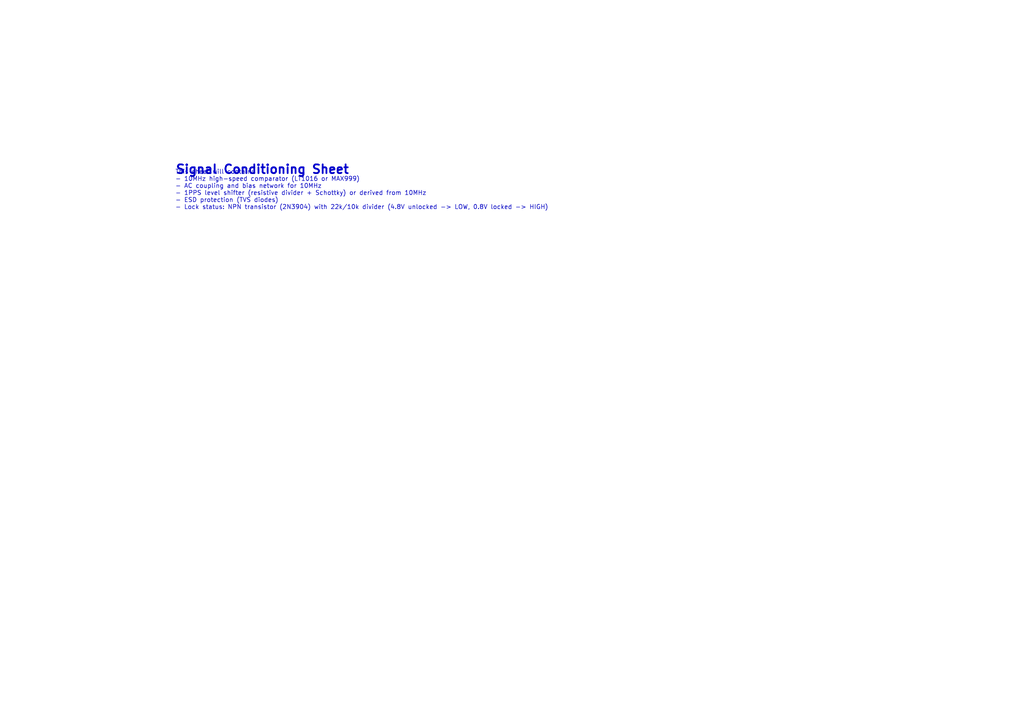
<source format=kicad_sch>
(kicad_sch
	(version 20231120)
	(generator "eeschema")
	(generator_version "8.0")
	(uuid "a1b2c3d4-0002-0002-0002-000000000002")
	(paper "A4")
	(title_block
		(title "Signal Conditioning - 10MHz Comparator & 1PPS Level Shifter")
		(date "2024-12-20")
		(rev "1.0")
		(company "CHRONOS-Rb Project")
		(comment 1 "10MHz: 1Vpp sine -> 3.3V LVCMOS (LT1016/MAX999)")
		(comment 2 "1PPS: 5V TTL -> 3.3V with ESD protection")
		(comment 3 "Lock Status: NPN level shifter (4.8V/0.8V -> 3.3V logic)")
	)
	(lib_symbols)
	(text "Signal Conditioning Sheet"
		(exclude_from_sim no)
		(at 50.8 50.8 0)
		(effects
			(font
				(size 2.54 2.54)
				(bold yes)
			)
			(justify left bottom)
		)
		(uuid "c1b2c3d4-0001-0001-0001-000000000001")
	)
	(text "This sheet will contain:\n- 10MHz high-speed comparator (LT1016 or MAX999)\n- AC coupling and bias network for 10MHz\n- 1PPS level shifter (resistive divider + Schottky) or derived from 10MHz\n- ESD protection (TVS diodes)\n- Lock status: NPN transistor (2N3904) with 22k/10k divider (4.8V unlocked -> LOW, 0.8V locked -> HIGH)"
		(exclude_from_sim no)
		(at 50.8 60.96 0)
		(effects
			(font
				(size 1.27 1.27)
			)
			(justify left bottom)
		)
		(uuid "c1b2c3d4-0002-0002-0002-000000000002")
	)
)

</source>
